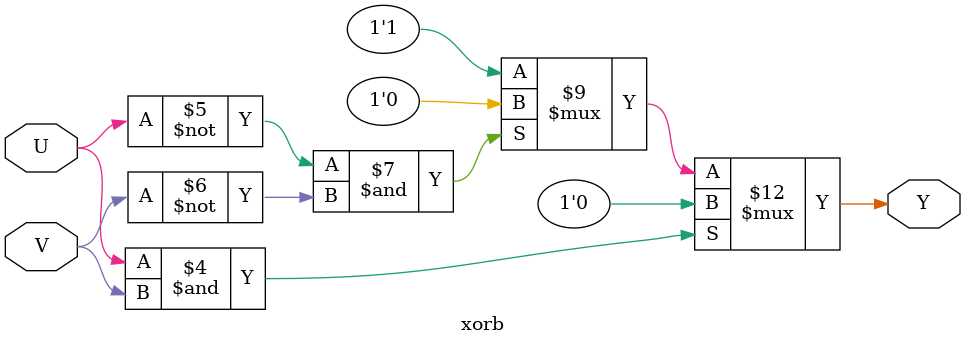
<source format=v>
`timescale 1ns / 1ps

module xorb(Y, U, V);
input U,V;
output reg Y;

always @ (U or V) begin
    if (U == 1'b1 & V == 1'b1) begin
		#10 Y <= 1'b0;
    end 
	else if (U == 1'b0 & V == 1'b0) begin
		#10 Y <= 1'b0;
    end 
	else begin
		#10 Y <= 1'b1;
    end
end

endmodule

</source>
